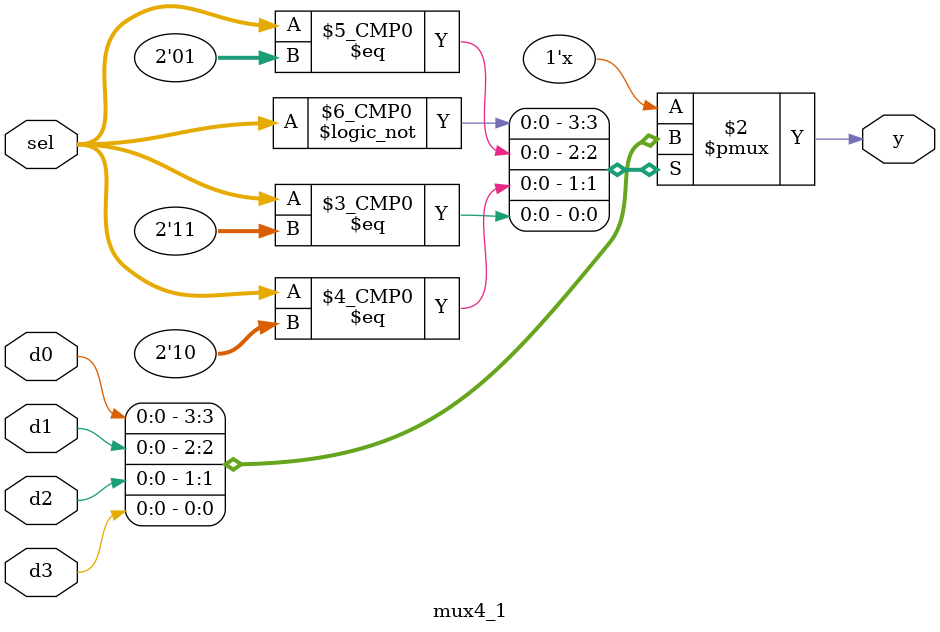
<source format=v>
`timescale 1ns / 1ps
module mux4_1(
    input [1:0] sel,
    input d0,
    input d1,
    input d2,
    input d3,
    output reg y
    );
	 
	 always @(*)
	 begin
		 case (sel)
		  0: y = d0;
		  1: y = d1;
		  2: y = d2;
		  3: y = d3;
		 endcase
	 end

endmodule

</source>
